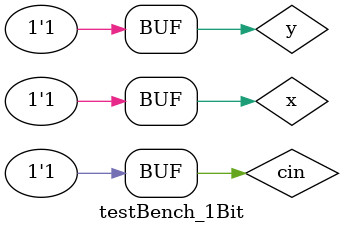
<source format=sv>
`timescale 1ns / 1ps


module testBench_1Bit();
    logic x, y, cin;
	logic s, c;

	//create a dut-device under test for test bench
	one_bit dut(x, y, cin, c, s);
	
	initial begin
		#100;
		x= 0; y= 0; cin= 0; #10; //delay produced of #10
		cin= 1; #10;
		y= 1; cin= 0; #10;
		cin= 1; #10;
		x= 1; y= 0; cin= 0; #10;
		cin= 1; #10;
		y= 1; cin= 0;  #10;
		cin= 1; #10;
	end
endmodule

</source>
